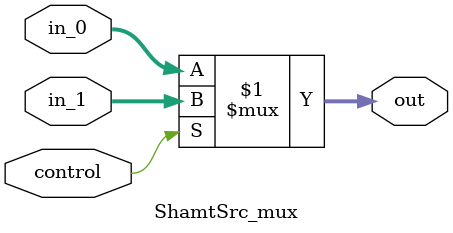
<source format=v>
module ShamtSrc_mux (
    input wire control,
    input wire [4:0] in_0, // instrução (shamt) - 0
    input wire [4:0] in_1, // RegB[4:0] - 1

    output wire[4:0] out
);
    assign out = control ? in_1 : in_0;
endmodule

</source>
